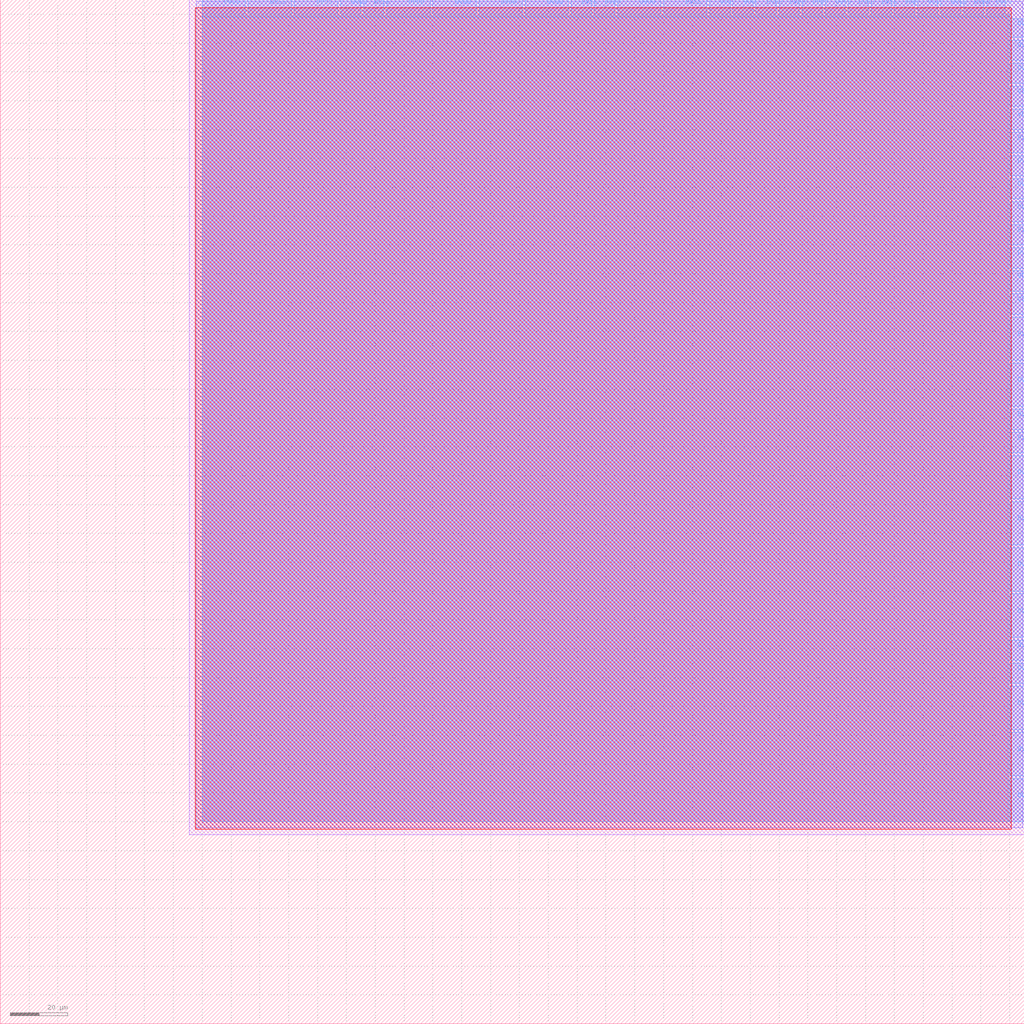
<source format=lef>
VERSION 5.7 ;
  NOWIREEXTENSIONATPIN ON ;
  DIVIDERCHAR "/" ;
  BUSBITCHARS "[]" ;
MACRO gf180mcu_ocd_io__cor
  CLASS PAD SPACER ;
  FOREIGN gf180mcu_ocd_io__cor ;
  ORIGIN 0.000 0.000 ;
  SIZE 355.000 BY 355.000 ;
  SYMMETRY X Y R90 ;
  SITE GF_IO_Site ;
  PIN DVDD
    DIRECTION INOUT ;
    USE POWER ;
    PORT
      LAYER Metal4 ;
        RECT 350.000 166.000 355.000 181.000 ;
    END
    PORT
      LAYER Metal4 ;
        RECT 350.000 150.000 355.000 165.000 ;
    END
    PORT
      LAYER Metal4 ;
        RECT 350.000 134.000 355.000 149.000 ;
    END
    PORT
      LAYER Metal4 ;
        RECT 350.000 118.000 355.000 125.000 ;
    END
    PORT
      LAYER Metal4 ;
        RECT 350.000 206.000 355.000 213.000 ;
    END
    PORT
      LAYER Metal4 ;
        RECT 350.000 182.000 355.000 197.000 ;
    END
    PORT
      LAYER Metal4 ;
        RECT 182.000 350.000 197.000 355.000 ;
    END
    PORT
      LAYER Metal4 ;
        RECT 166.000 350.000 181.000 355.000 ;
    END
    PORT
      LAYER Metal4 ;
        RECT 150.000 350.000 165.000 355.000 ;
    END
    PORT
      LAYER Metal4 ;
        RECT 134.000 350.000 149.000 355.000 ;
    END
    PORT
      LAYER Metal4 ;
        RECT 118.000 350.000 125.000 355.000 ;
    END
    PORT
      LAYER Metal4 ;
        RECT 206.000 350.000 213.000 355.000 ;
    END
    PORT
      LAYER Metal4 ;
        RECT 294.000 350.000 301.000 355.000 ;
    END
    PORT
      LAYER Metal4 ;
        RECT 278.000 350.000 285.000 355.000 ;
    END
    PORT
      LAYER Metal4 ;
        RECT 270.000 350.000 277.000 355.000 ;
    END
    PORT
      LAYER Metal4 ;
        RECT 262.000 350.000 269.000 355.000 ;
    END
    PORT
      LAYER Metal4 ;
        RECT 214.000 350.000 229.000 355.000 ;
    END
    PORT
      LAYER Metal4 ;
        RECT 350.000 334.000 355.000 341.000 ;
    END
    PORT
      LAYER Metal4 ;
        RECT 350.000 294.000 355.000 301.000 ;
    END
    PORT
      LAYER Metal4 ;
        RECT 350.000 278.000 355.000 285.000 ;
    END
    PORT
      LAYER Metal4 ;
        RECT 350.000 270.000 355.000 277.000 ;
    END
    PORT
      LAYER Metal4 ;
        RECT 350.000 262.000 355.000 269.000 ;
    END
    PORT
      LAYER Metal4 ;
        RECT 350.000 214.000 355.000 228.995 ;
    END
    PORT
      LAYER Metal4 ;
        RECT 334.000 350.000 341.000 355.000 ;
    END
  END DVDD
  PIN DVSS
    DIRECTION INOUT ;
    USE GROUND ;
    PORT
      LAYER Metal4 ;
        RECT 350.000 198.000 355.000 205.000 ;
    END
    PORT
      LAYER Metal4 ;
        RECT 350.000 126.000 355.000 133.000 ;
    END
    PORT
      LAYER Metal4 ;
        RECT 350.000 102.000 355.000 117.000 ;
    END
    PORT
      LAYER Metal4 ;
        RECT 350.000 70.000 355.000 85.000 ;
    END
    PORT
      LAYER Metal4 ;
        RECT 350.000 86.000 355.000 101.000 ;
    END
    PORT
      LAYER Metal4 ;
        RECT 126.000 350.000 133.000 355.000 ;
    END
    PORT
      LAYER Metal4 ;
        RECT 102.000 350.000 117.000 355.000 ;
    END
    PORT
      LAYER Metal4 ;
        RECT 86.000 350.000 101.000 355.000 ;
    END
    PORT
      LAYER Metal4 ;
        RECT 70.000 350.000 85.000 355.000 ;
    END
    PORT
      LAYER Metal4 ;
        RECT 198.000 350.000 205.000 355.000 ;
    END
    PORT
      LAYER Metal4 ;
        RECT 326.000 350.000 333.000 355.000 ;
    END
    PORT
      LAYER Metal4 ;
        RECT 302.000 350.000 309.000 355.000 ;
    END
    PORT
      LAYER Metal4 ;
        RECT 286.000 350.000 293.000 355.000 ;
    END
    PORT
      LAYER Metal4 ;
        RECT 230.000 350.000 245.000 355.000 ;
    END
    PORT
      LAYER Metal4 ;
        RECT 350.000 342.000 355.000 348.390 ;
    END
    PORT
      LAYER Metal4 ;
        RECT 350.000 326.000 355.000 333.000 ;
    END
    PORT
      LAYER Metal4 ;
        RECT 350.000 302.000 355.000 309.000 ;
    END
    PORT
      LAYER Metal4 ;
        RECT 350.000 286.000 355.000 293.000 ;
    END
    PORT
      LAYER Metal4 ;
        RECT 350.000 230.000 355.000 245.000 ;
    END
    PORT
      LAYER Metal4 ;
        RECT 342.000 350.000 348.390 355.000 ;
    END
  END DVSS
  PIN VDD
    DIRECTION INOUT ;
    USE POWER ;
    PORT
      LAYER Metal4 ;
        RECT 310.000 350.000 317.000 355.000 ;
    END
    PORT
      LAYER Metal4 ;
        RECT 254.000 350.000 261.000 355.000 ;
    END
    PORT
      LAYER Metal4 ;
        RECT 350.000 310.000 355.000 317.000 ;
    END
    PORT
      LAYER Metal4 ;
        RECT 350.000 254.000 355.000 261.000 ;
    END
  END VDD
  PIN VSS
    DIRECTION INOUT ;
    USE GROUND ;
    PORT
      LAYER Metal4 ;
        RECT 318.000 350.000 325.000 355.000 ;
    END
    PORT
      LAYER Metal4 ;
        RECT 246.000 350.000 253.000 355.000 ;
    END
    PORT
      LAYER Metal4 ;
        RECT 350.000 246.000 355.000 253.000 ;
    END
    PORT
      LAYER Metal4 ;
        RECT 350.000 318.000 355.000 325.000 ;
    END
  END VSS
  OBS
      LAYER Nwell ;
        RECT 67.560 67.500 350.445 352.170 ;
      LAYER Metal1 ;
        RECT 65.540 65.540 355.000 355.000 ;
      LAYER Metal2 ;
        RECT 68.030 67.970 354.505 354.450 ;
      LAYER Metal3 ;
        RECT 70.000 70.000 355.000 355.000 ;
      LAYER Metal4 ;
        RECT 348.990 349.400 350.000 350.000 ;
        RECT 70.000 348.990 350.000 349.400 ;
        RECT 70.000 70.000 349.400 348.990 ;
  END
END gf180mcu_ocd_io__cor
END LIBRARY


</source>
